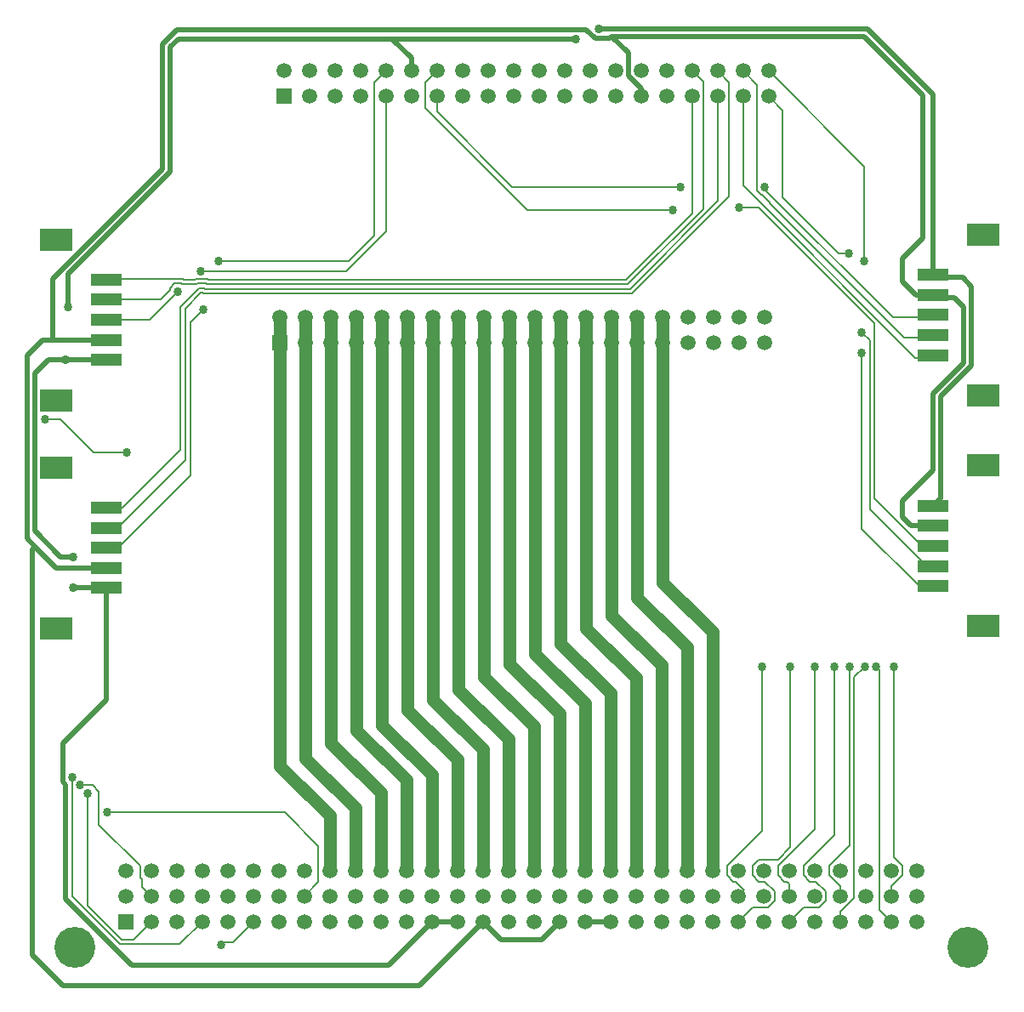
<source format=gtl>
G04 Layer_Physical_Order=1*
G04 Layer_Color=255*
%FSLAX25Y25*%
%MOIN*%
G70*
G01*
G75*
%ADD10R,0.12205X0.04724*%
%ADD11R,0.12992X0.09055*%
%ADD12C,0.02000*%
%ADD13C,0.00800*%
%ADD14C,0.05000*%
%ADD15C,0.05905*%
%ADD16R,0.05905X0.05905*%
%ADD17C,0.16000*%
%ADD18C,0.03400*%
D10*
X662000Y494000D02*
D03*
Y486126D02*
D03*
Y478252D02*
D03*
Y470378D02*
D03*
Y462504D02*
D03*
X338000Y551126D02*
D03*
Y559000D02*
D03*
Y566874D02*
D03*
Y574748D02*
D03*
Y582622D02*
D03*
X662000Y584496D02*
D03*
Y576622D02*
D03*
Y568748D02*
D03*
Y560874D02*
D03*
Y553000D02*
D03*
X338000Y461748D02*
D03*
Y469622D02*
D03*
Y477496D02*
D03*
Y485370D02*
D03*
Y493244D02*
D03*
D11*
X681685Y509748D02*
D03*
Y446756D02*
D03*
X318315Y535378D02*
D03*
Y598370D02*
D03*
X681685Y600244D02*
D03*
Y537252D02*
D03*
X318315Y446000D02*
D03*
Y508992D02*
D03*
D12*
X662000Y575622D02*
X670378D01*
X309000Y477000D02*
X310000Y478000D01*
X309000Y318000D02*
Y477000D01*
Y318000D02*
X321000Y306000D01*
X662000Y583496D02*
X673504D01*
X525500Y331000D02*
X535500D01*
X508500Y324000D02*
X515500Y331000D01*
X492500Y324000D02*
X508500D01*
X485500Y331000D02*
X492500Y324000D01*
X465500Y331000D02*
X475500D01*
X310000Y478000D02*
X318378Y469622D01*
X306819Y481181D02*
X310000Y478000D01*
X460500Y306000D02*
X485500Y331000D01*
X321000Y306000D02*
X460500D01*
X322070Y339991D02*
X348060Y314000D01*
X338000Y418000D02*
Y461748D01*
X320770Y400770D02*
X338000Y418000D01*
X320770Y385998D02*
Y400770D01*
Y385998D02*
X322070Y384698D01*
Y339991D02*
Y384698D01*
X348060Y314000D02*
X448500D01*
X465500Y331000D01*
X363000Y624757D02*
Y673757D01*
X323000Y584757D02*
X363000Y624757D01*
X323000Y572000D02*
Y584757D01*
X450000Y677000D02*
X522000D01*
X366243D02*
X450000D01*
X363000Y673757D02*
X366243Y677000D01*
X450000D02*
X457500Y669500D01*
X526067Y680700D02*
X529467Y677300D01*
X360000Y675000D02*
X365700Y680700D01*
X526067D01*
X529467Y677300D02*
X535300D01*
X536000Y678000D01*
X531000Y681000D02*
X636243D01*
X662000Y655243D01*
Y584496D02*
Y655243D01*
X536000Y678000D02*
X635000D01*
X655378Y576622D02*
X662000D01*
X650000Y582000D02*
X655378Y576622D01*
X650000Y582000D02*
Y591000D01*
X658000Y599000D01*
Y655000D01*
X635000Y678000D02*
X658000Y655000D01*
X536000Y678000D02*
X542547Y671453D01*
X317000Y559000D02*
X338000D01*
X313000D02*
X317000D01*
X547500Y654500D02*
Y657496D01*
X542547Y662449D02*
X547500Y657496D01*
X542547Y662449D02*
Y671453D01*
X360000Y626000D02*
Y675000D01*
X317000Y583000D02*
X360000Y626000D01*
X317000Y559000D02*
Y583000D01*
X322000Y551126D02*
X338000D01*
X315126D02*
X322000D01*
X457500Y664500D02*
Y669500D01*
X673504Y583496D02*
X677000Y580000D01*
Y548757D02*
Y580000D01*
X662000Y538000D02*
X674000Y550000D01*
X662000Y508000D02*
Y538000D01*
X650000Y496000D02*
X662000Y508000D01*
X665000Y536757D02*
X677000Y548757D01*
X665000Y497000D02*
Y536757D01*
X674000Y550000D02*
Y572000D01*
X653268Y486126D02*
X662000D01*
X650000Y489394D02*
X653268Y486126D01*
X650000Y489394D02*
Y496000D01*
X670378Y575622D02*
X674000Y572000D01*
X662000Y494000D02*
X665000Y497000D01*
X337748Y462000D02*
X338000Y461748D01*
X325000Y462000D02*
X337748D01*
X320000Y474000D02*
X325000D01*
X309819Y484181D02*
X320000Y474000D01*
X309819Y484181D02*
Y514348D01*
X310000Y514529D01*
Y529841D01*
X309819Y530022D02*
X310000Y529841D01*
X309819Y530022D02*
Y545819D01*
X315126Y551126D01*
X306819Y552819D02*
X313000Y559000D01*
X306819Y481181D02*
Y552819D01*
X318378Y469622D02*
X338000D01*
D13*
X584594Y346647D02*
X587871Y343371D01*
X631024Y340368D02*
Y426783D01*
X625500Y334844D02*
X631024Y340368D01*
Y426783D02*
X635241Y431000D01*
X639641D02*
X641000Y429641D01*
Y335500D02*
Y429641D01*
Y335500D02*
X645500Y331000D01*
X605500Y341000D02*
Y345742D01*
X604594Y346647D02*
X605500Y345742D01*
X324469Y340985D02*
X343254Y322200D01*
X330692Y337308D02*
X344000Y324000D01*
X330692Y337308D02*
Y381308D01*
X371000Y566000D02*
X376000Y571000D01*
X368800Y571254D02*
X375046Y577500D01*
X367000Y572000D02*
X374300Y579300D01*
X368800Y511800D02*
Y571254D01*
X367000Y516000D02*
Y572000D01*
X387500Y323000D02*
X395500Y331000D01*
X384000Y323000D02*
X387500D01*
X383000Y322000D02*
X384000Y323000D01*
X366700Y322200D02*
X375500Y331000D01*
X343254Y322200D02*
X366700D01*
X324469Y340985D02*
Y387530D01*
X352000Y344500D02*
X355500Y341000D01*
X352000Y344500D02*
Y347492D01*
X351147Y348344D02*
X352000Y347492D01*
X351147Y348344D02*
Y352853D01*
X335000Y369000D02*
X351147Y352853D01*
X335000Y369000D02*
Y382000D01*
X332581Y384419D02*
X335000Y382000D01*
X327581Y384419D02*
X332581D01*
X348500Y324000D02*
X355500Y331000D01*
X344000Y324000D02*
X348500D01*
X415500Y341000D02*
X421000Y346500D01*
Y360616D01*
X407808Y373808D02*
X421000Y360616D01*
X338192Y373808D02*
X407808D01*
X314000Y528000D02*
X320000D01*
X333000Y515000D01*
X346000D01*
X646252Y567748D02*
X662000D01*
X645500Y344844D02*
X649853Y349197D01*
X646441Y356215D02*
X649853Y352803D01*
X646441Y356215D02*
Y431000D01*
X645500Y341000D02*
Y344844D01*
X649853Y349197D02*
Y352803D01*
X621147Y349197D02*
X625500Y344844D01*
X621147Y352803D02*
X629224Y360880D01*
Y431000D01*
X625500Y341000D02*
Y344844D01*
X611147Y352803D02*
X623284Y364940D01*
Y431000D01*
X619853Y339197D02*
Y342803D01*
X616009Y346647D02*
X619853Y342803D01*
X613697Y346647D02*
X616009D01*
X603697D02*
X604594D01*
X601147Y352803D02*
X615442Y367097D01*
Y431000D01*
X599853Y339197D02*
Y342803D01*
X596008Y346647D02*
X599853Y342803D01*
X593697Y346647D02*
X596008D01*
X593697Y355353D02*
X601152D01*
X605928Y360129D01*
Y431000D01*
X585500Y341000D02*
X587871Y343371D01*
X583697Y346647D02*
X584594D01*
X581147Y352803D02*
X595000Y366656D01*
Y431000D01*
X625500Y331000D02*
Y334844D01*
X581147Y349197D02*
X583697Y346647D01*
X581147Y349197D02*
Y352803D01*
X591147Y349197D02*
X593697Y346647D01*
X591147Y349197D02*
Y352803D01*
X593697Y355353D01*
X601147Y349197D02*
X603697Y346647D01*
X601147Y349197D02*
Y352803D01*
X611147Y349197D02*
X613697Y346647D01*
X611147Y349197D02*
Y352803D01*
X621147Y349197D02*
Y352803D01*
X611147Y336647D02*
X617303D01*
X605500Y331000D02*
X611147Y336647D01*
X617303D02*
X619853Y339197D01*
X591147Y336647D02*
X597303D01*
X585500Y331000D02*
X591147Y336647D01*
X597303D02*
X599853Y339197D01*
X376568Y579022D02*
X543113D01*
X376290Y579300D02*
X376568Y579022D01*
X374300Y579300D02*
X376290D01*
X375822Y577222D02*
X543859D01*
X375544Y577500D02*
X375822Y577222D01*
X375046Y577500D02*
X375544D01*
X543113Y579022D02*
X577500Y613409D01*
X543859Y577222D02*
X582000Y615363D01*
X655000Y552000D02*
X662000D01*
X650742Y559874D02*
X662000D01*
X443000Y600000D02*
Y660000D01*
X433000Y590000D02*
X443000Y600000D01*
Y660000D02*
X447500Y664500D01*
X497000Y619000D02*
X563000D01*
X467500Y648500D02*
X497000Y619000D01*
X467500Y648500D02*
Y654500D01*
X596000Y618000D02*
X646252Y567748D01*
X596000Y618000D02*
Y619000D01*
X625000Y593000D02*
X629000D01*
X603000Y615000D02*
X625000Y593000D01*
X603000Y615000D02*
Y649000D01*
X586000Y611000D02*
X593454D01*
X661378Y471000D02*
X662000Y470378D01*
X658808Y471000D02*
X661378D01*
X637200Y492608D02*
X658808Y471000D01*
X597500Y654500D02*
X603000Y649000D01*
X634000Y485000D02*
Y554000D01*
Y485000D02*
X656496Y462504D01*
X662000D01*
X597500Y664500D02*
X635000Y627000D01*
Y590000D02*
Y627000D01*
X634000Y562000D02*
X637200Y558800D01*
Y492608D02*
Y558800D01*
X463000Y660000D02*
X467500Y664500D01*
X463000Y650000D02*
Y660000D01*
Y650000D02*
X503000Y610000D01*
X560000D01*
X597900Y612716D02*
X650742Y559874D01*
X597900Y612716D02*
Y613030D01*
X595030Y615900D02*
X597900Y613030D01*
X594716Y615900D02*
X595030D01*
X592900Y617716D02*
X594716Y615900D01*
X587500Y619500D02*
X655000Y552000D01*
X593454Y611000D02*
X639000Y565454D01*
Y497000D02*
Y565454D01*
Y497000D02*
X657748Y478252D01*
X662000D01*
X592900Y617716D02*
Y620284D01*
X593000Y620384D01*
Y659000D01*
X587500Y619500D02*
Y654500D01*
Y664500D02*
X593000Y659000D01*
X542368Y580822D02*
X571853Y610307D01*
X541622Y582622D02*
X567500Y608500D01*
Y654500D01*
X382000Y590000D02*
X433000D01*
X371000Y506000D02*
Y566000D01*
X342496Y477496D02*
X371000Y506000D01*
X338000Y477496D02*
X342496D01*
X342370Y485370D02*
X368800Y511800D01*
X338000Y485370D02*
X342370D01*
X577500Y664500D02*
X582000Y660000D01*
Y615363D02*
Y660000D01*
X372809Y582900D02*
X377781D01*
X378059Y582622D01*
X372531D02*
X372809Y582900D01*
X373554Y581100D02*
X377035D01*
X377313Y580822D01*
X373276D02*
X373554Y581100D01*
X378059Y582622D02*
X541622D01*
X368308D02*
X372531D01*
X377313Y580822D02*
X542368D01*
X367562D02*
X373276D01*
X577500Y613409D02*
Y654500D01*
X344244Y493244D02*
X367000Y516000D01*
X338000Y493244D02*
X344244D01*
X447500Y601500D02*
Y654500D01*
X432000Y586000D02*
X447500Y601500D01*
X375000Y586000D02*
X432000D01*
X338278Y582900D02*
X368030D01*
X338000Y582622D02*
X338278Y582900D01*
X368030D02*
X368308Y582622D01*
X367284Y581100D02*
X367562Y580822D01*
X364716Y581100D02*
X367284D01*
X362900Y579284D02*
X364716Y581100D01*
X362900Y578522D02*
Y579284D01*
X359126Y574748D02*
X362900Y578522D01*
X354874Y566874D02*
X366000Y578000D01*
X338000Y566874D02*
X354874D01*
X567500Y664500D02*
X571853Y660147D01*
Y610307D02*
Y660147D01*
X338000Y574748D02*
X359126D01*
D14*
X435500Y351000D02*
Y375500D01*
X416000Y395000D02*
X435500Y375500D01*
X416000Y395000D02*
Y558000D01*
X575500Y351000D02*
Y444500D01*
X556000Y464000D02*
X575500Y444500D01*
X556000Y464000D02*
Y558000D01*
X565500Y351000D02*
Y438500D01*
X546000Y458000D02*
X565500Y438500D01*
X546000Y458000D02*
Y558000D01*
X555500Y351000D02*
Y431500D01*
X536000Y451000D02*
X555500Y431500D01*
X536000Y451000D02*
Y558000D01*
X545500Y351000D02*
Y426500D01*
X526000Y446000D02*
X545500Y426500D01*
X526000Y446000D02*
Y558000D01*
X535500Y351000D02*
Y420500D01*
X516000Y440000D02*
X535500Y420500D01*
X516000Y440000D02*
Y558000D01*
X525500Y351000D02*
Y416500D01*
X506000Y436000D02*
X525500Y416500D01*
X506000Y436000D02*
Y558000D01*
X515500Y351000D02*
Y412500D01*
X496000Y432000D02*
X515500Y412500D01*
X496000Y432000D02*
Y558000D01*
X505500Y351000D02*
Y407500D01*
X486000Y427000D02*
X505500Y407500D01*
X486000Y427000D02*
Y558000D01*
X495500Y351000D02*
Y402500D01*
X476000Y422000D02*
X495500Y402500D01*
X476000Y422000D02*
Y558000D01*
X485500Y351000D02*
Y398500D01*
X466000Y418000D02*
X485500Y398500D01*
X466000Y418000D02*
Y558000D01*
X556000D02*
Y568000D01*
X546000Y558000D02*
Y568000D01*
X536000Y558000D02*
Y568000D01*
X526000Y558000D02*
Y568000D01*
X516000Y558000D02*
Y568000D01*
X506000Y558000D02*
Y568000D01*
X496000Y558000D02*
Y568000D01*
X486000Y558000D02*
Y568000D01*
X476000Y558000D02*
Y568000D01*
X466000Y558000D02*
Y568000D01*
X456000Y558000D02*
Y568000D01*
Y414000D02*
Y558000D01*
X475500Y351000D02*
Y394500D01*
X456000Y414000D02*
X475500Y394500D01*
X446000Y558000D02*
Y568000D01*
Y408000D02*
Y558000D01*
X465500Y351000D02*
Y388500D01*
X446000Y408000D02*
X465500Y388500D01*
X436000Y558000D02*
Y568000D01*
Y406000D02*
Y558000D01*
X455500Y351000D02*
Y386500D01*
X436000Y406000D02*
X455500Y386500D01*
X426000Y558000D02*
Y568000D01*
Y401000D02*
Y558000D01*
X445500Y351000D02*
Y381500D01*
X426000Y401000D02*
X445500Y381500D01*
X416000Y558000D02*
Y568000D01*
X406000Y558000D02*
Y568000D01*
Y392000D02*
Y558000D01*
X425500Y351000D02*
Y372500D01*
X406000Y392000D02*
X425500Y372500D01*
D15*
X597500Y664500D02*
D03*
Y654500D02*
D03*
X587500Y664500D02*
D03*
Y654500D02*
D03*
X577500Y664500D02*
D03*
Y654500D02*
D03*
X567500Y664500D02*
D03*
Y654500D02*
D03*
X557500Y664500D02*
D03*
Y654500D02*
D03*
X547500Y664500D02*
D03*
Y654500D02*
D03*
X537500Y664500D02*
D03*
Y654500D02*
D03*
X527500Y664500D02*
D03*
Y654500D02*
D03*
X517500Y664500D02*
D03*
Y654500D02*
D03*
X507500Y664500D02*
D03*
Y654500D02*
D03*
X497500Y664500D02*
D03*
Y654500D02*
D03*
X487500Y664500D02*
D03*
Y654500D02*
D03*
X477500Y664500D02*
D03*
Y654500D02*
D03*
X467500Y664500D02*
D03*
Y654500D02*
D03*
X457500Y664500D02*
D03*
Y654500D02*
D03*
X447500Y664500D02*
D03*
Y654500D02*
D03*
X437500Y664500D02*
D03*
Y654500D02*
D03*
X427500Y664500D02*
D03*
Y654500D02*
D03*
X417500Y664500D02*
D03*
Y654500D02*
D03*
X407500Y664500D02*
D03*
X596000Y568000D02*
D03*
Y558000D02*
D03*
X586000Y568000D02*
D03*
Y558000D02*
D03*
X576000Y568000D02*
D03*
Y558000D02*
D03*
X566000Y568000D02*
D03*
Y558000D02*
D03*
X556000Y568000D02*
D03*
Y558000D02*
D03*
X546000Y568000D02*
D03*
Y558000D02*
D03*
X536000Y568000D02*
D03*
Y558000D02*
D03*
X526000Y568000D02*
D03*
Y558000D02*
D03*
X516000Y568000D02*
D03*
Y558000D02*
D03*
X506000Y568000D02*
D03*
Y558000D02*
D03*
X496000Y568000D02*
D03*
Y558000D02*
D03*
X486000Y568000D02*
D03*
Y558000D02*
D03*
X476000Y568000D02*
D03*
Y558000D02*
D03*
X466000Y568000D02*
D03*
Y558000D02*
D03*
X456000Y568000D02*
D03*
Y558000D02*
D03*
X446000Y568000D02*
D03*
Y558000D02*
D03*
X436000Y568000D02*
D03*
Y558000D02*
D03*
X426000Y568000D02*
D03*
Y558000D02*
D03*
X416000Y568000D02*
D03*
Y558000D02*
D03*
X406000Y568000D02*
D03*
X465500Y351000D02*
D03*
Y341000D02*
D03*
X545500Y351000D02*
D03*
X555500D02*
D03*
X565500D02*
D03*
X575500D02*
D03*
X585500D02*
D03*
X595500D02*
D03*
X605500D02*
D03*
X615500D02*
D03*
X625500D02*
D03*
X635500D02*
D03*
X645500D02*
D03*
X655500D02*
D03*
X535500D02*
D03*
X525500D02*
D03*
X515500D02*
D03*
X505500D02*
D03*
X495500D02*
D03*
X485500D02*
D03*
X475500D02*
D03*
X455500D02*
D03*
X445500D02*
D03*
X435500D02*
D03*
X425500D02*
D03*
X415500D02*
D03*
X405500D02*
D03*
X395500D02*
D03*
X385500D02*
D03*
X375500D02*
D03*
X365500D02*
D03*
X355500D02*
D03*
X345500D02*
D03*
Y341000D02*
D03*
X355500Y331000D02*
D03*
Y341000D02*
D03*
X365500Y331000D02*
D03*
Y341000D02*
D03*
X375500Y331000D02*
D03*
Y341000D02*
D03*
X385500Y331000D02*
D03*
Y341000D02*
D03*
X395500Y331000D02*
D03*
Y341000D02*
D03*
X405500Y331000D02*
D03*
Y341000D02*
D03*
X415500Y331000D02*
D03*
Y341000D02*
D03*
X425500Y331000D02*
D03*
Y341000D02*
D03*
X435500Y331000D02*
D03*
Y341000D02*
D03*
X445500Y331000D02*
D03*
Y341000D02*
D03*
X455500Y331000D02*
D03*
Y341000D02*
D03*
X465500Y331000D02*
D03*
X475500D02*
D03*
Y341000D02*
D03*
X485500Y331000D02*
D03*
Y341000D02*
D03*
X495500Y331000D02*
D03*
Y341000D02*
D03*
X505500Y331000D02*
D03*
Y341000D02*
D03*
X515500Y331000D02*
D03*
Y341000D02*
D03*
X525500Y331000D02*
D03*
Y341000D02*
D03*
X535500Y331000D02*
D03*
Y341000D02*
D03*
X655500D02*
D03*
Y331000D02*
D03*
X645500Y341000D02*
D03*
Y331000D02*
D03*
X635500Y341000D02*
D03*
Y331000D02*
D03*
X625500Y341000D02*
D03*
Y331000D02*
D03*
X615500Y341000D02*
D03*
Y331000D02*
D03*
X605500Y341000D02*
D03*
Y331000D02*
D03*
X595500Y341000D02*
D03*
Y331000D02*
D03*
X585500Y341000D02*
D03*
Y331000D02*
D03*
X575500Y341000D02*
D03*
Y331000D02*
D03*
X565500Y341000D02*
D03*
Y331000D02*
D03*
X555500Y341000D02*
D03*
Y331000D02*
D03*
X545500Y341000D02*
D03*
Y331000D02*
D03*
D16*
X407500Y654500D02*
D03*
X406000Y558000D02*
D03*
X345500Y331000D02*
D03*
D17*
X325500Y321000D02*
D03*
X675500D02*
D03*
D18*
X376000Y571000D02*
D03*
X383000Y322000D02*
D03*
X338192Y373808D02*
D03*
X346000Y515000D02*
D03*
X314000Y528000D02*
D03*
X330692Y381308D02*
D03*
X327581Y384419D02*
D03*
X324469Y387530D02*
D03*
X646441Y431000D02*
D03*
X639641D02*
D03*
X635241D02*
D03*
X629224D02*
D03*
X595000D02*
D03*
X605928D02*
D03*
X615442D02*
D03*
X623284D02*
D03*
X522000Y677000D02*
D03*
X531000Y681000D02*
D03*
X323000Y572000D02*
D03*
X322000Y551126D02*
D03*
X325000Y462000D02*
D03*
Y474000D02*
D03*
X586000Y611000D02*
D03*
X629000Y593000D02*
D03*
X634000Y554000D02*
D03*
X635000Y590000D02*
D03*
X634000Y562000D02*
D03*
X560000Y610000D02*
D03*
X563000Y619000D02*
D03*
X596000D02*
D03*
X382000Y590000D02*
D03*
X375000Y586000D02*
D03*
X366000Y578000D02*
D03*
M02*

</source>
